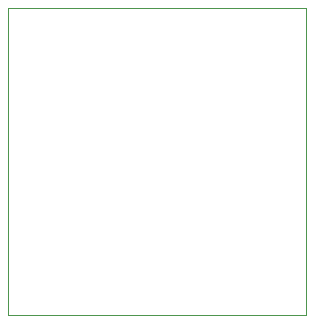
<source format=gbr>
%TF.GenerationSoftware,KiCad,Pcbnew,7.0.1-3b83917a11~172~ubuntu22.04.1*%
%TF.CreationDate,2023-03-19T17:12:07-07:00*%
%TF.ProjectId,CAN_Controller,43414e5f-436f-46e7-9472-6f6c6c65722e,rev?*%
%TF.SameCoordinates,Original*%
%TF.FileFunction,Profile,NP*%
%FSLAX46Y46*%
G04 Gerber Fmt 4.6, Leading zero omitted, Abs format (unit mm)*
G04 Created by KiCad (PCBNEW 7.0.1-3b83917a11~172~ubuntu22.04.1) date 2023-03-19 17:12:07*
%MOMM*%
%LPD*%
G01*
G04 APERTURE LIST*
%TA.AperFunction,Profile*%
%ADD10C,0.100000*%
%TD*%
G04 APERTURE END LIST*
D10*
X120470000Y-73000000D02*
X145690000Y-73000000D01*
X145690000Y-98980000D01*
X120470000Y-98980000D01*
X120470000Y-73000000D01*
M02*

</source>
